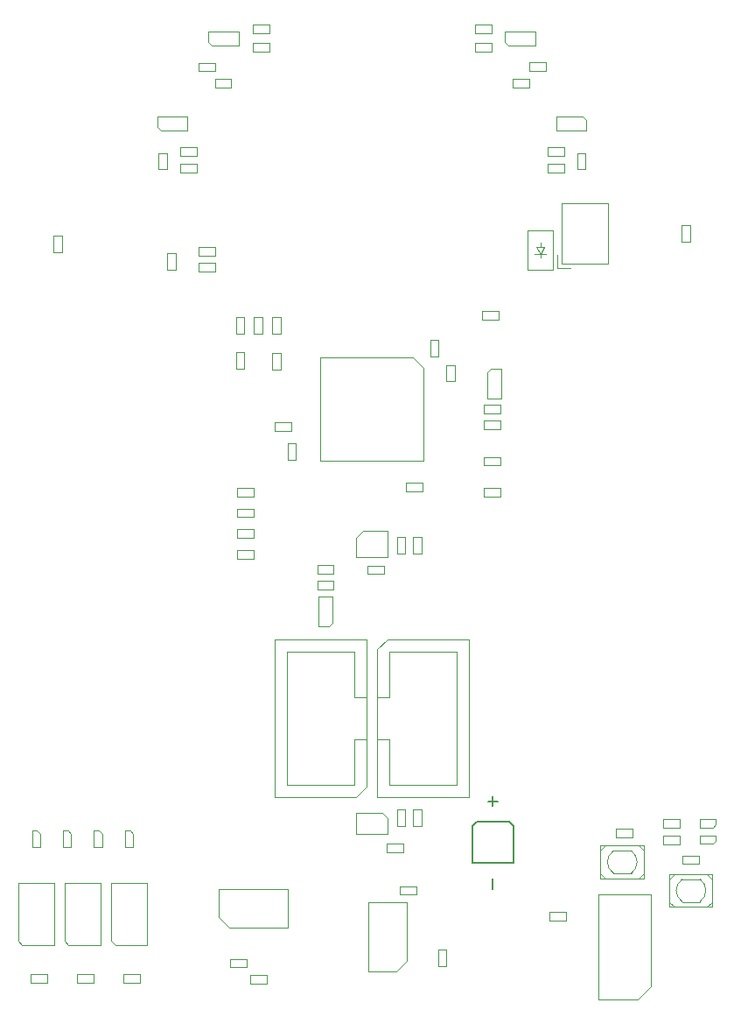
<source format=gbr>
G04 #@! TF.GenerationSoftware,KiCad,Pcbnew,7.0.9-7.0.9~ubuntu22.04.1*
G04 #@! TF.CreationDate,2023-12-15T18:46:41+09:00*
G04 #@! TF.ProjectId,fast_respect,66617374-5f72-4657-9370-6563742e6b69,rev?*
G04 #@! TF.SameCoordinates,Original*
G04 #@! TF.FileFunction,AssemblyDrawing,Top*
%FSLAX46Y46*%
G04 Gerber Fmt 4.6, Leading zero omitted, Abs format (unit mm)*
G04 Created by KiCad (PCBNEW 7.0.9-7.0.9~ubuntu22.04.1) date 2023-12-15 18:46:41*
%MOMM*%
%LPD*%
G01*
G04 APERTURE LIST*
%ADD10C,0.100000*%
%ADD11C,0.127000*%
G04 APERTURE END LIST*
D10*
X109187500Y-76800000D02*
X109187500Y-75200000D01*
X110012500Y-76800000D02*
X109187500Y-76800000D01*
X109187500Y-75200000D02*
X110012500Y-75200000D01*
X110012500Y-75200000D02*
X110012500Y-76800000D01*
X121010000Y-76877500D02*
X121010000Y-78477500D01*
X120210000Y-76877500D02*
X121010000Y-76877500D01*
X121010000Y-78477500D02*
X120210000Y-78477500D01*
X120210000Y-78477500D02*
X120210000Y-76877500D01*
X149950000Y-56587500D02*
X151550000Y-56587500D01*
X149950000Y-57412500D02*
X149950000Y-56587500D01*
X151550000Y-56587500D02*
X151550000Y-57412500D01*
X151550000Y-57412500D02*
X149950000Y-57412500D01*
X166300000Y-137350000D02*
X162100000Y-137350000D01*
X166300000Y-136850000D02*
X165800000Y-137350000D01*
X166300000Y-134650000D02*
X165800000Y-134150000D01*
X166300000Y-134150000D02*
X166300000Y-137350000D01*
X165100000Y-136850000D02*
X163400000Y-136850000D01*
X163400000Y-134650000D02*
X165100000Y-134650000D01*
X162600000Y-137350000D02*
X162100000Y-136850000D01*
X162600000Y-134150000D02*
X162100000Y-134650000D01*
X162100000Y-137350000D02*
X162100000Y-134150000D01*
X162100000Y-134150000D02*
X166300000Y-134150000D01*
X165100000Y-136849999D02*
G75*
G03*
X165100000Y-134650001I-799998J1099999D01*
G01*
X163400001Y-134650001D02*
G75*
G03*
X163400000Y-136849998I699999J-1099999D01*
G01*
X145650000Y-86900000D02*
X145650000Y-85300000D01*
X146450000Y-86900000D02*
X145650000Y-86900000D01*
X145650000Y-85300000D02*
X146450000Y-85300000D01*
X146450000Y-85300000D02*
X146450000Y-86900000D01*
X158577500Y-67512500D02*
X156977500Y-67512500D01*
X158577500Y-66687500D02*
X158577500Y-67512500D01*
X156977500Y-67512500D02*
X156977500Y-66687500D01*
X156977500Y-66687500D02*
X158577500Y-66687500D01*
X155050000Y-78500000D02*
X155050000Y-74700000D01*
X157550000Y-78500000D02*
X155050000Y-78500000D01*
X156300000Y-77350000D02*
X156300000Y-76950000D01*
X156300000Y-76950000D02*
X155750000Y-76950000D01*
X156300000Y-76950000D02*
X156850000Y-76950000D01*
X156300000Y-76950000D02*
X155900000Y-76350000D01*
X155900000Y-76350000D02*
X156700000Y-76350000D01*
X156300000Y-76350000D02*
X156300000Y-75850000D01*
X156700000Y-76350000D02*
X156300000Y-76950000D01*
X155050000Y-74700000D02*
X157550000Y-74700000D01*
X157550000Y-74700000D02*
X157550000Y-78500000D01*
X142450000Y-105912500D02*
X142450000Y-104312500D01*
X143250000Y-105912500D02*
X142450000Y-105912500D01*
X142450000Y-104312500D02*
X143250000Y-104312500D01*
X143250000Y-104312500D02*
X143250000Y-105912500D01*
X143000000Y-134800000D02*
X141400000Y-134800000D01*
X143000000Y-134000000D02*
X143000000Y-134800000D01*
X141400000Y-134800000D02*
X141400000Y-134000000D01*
X141400000Y-134000000D02*
X143000000Y-134000000D01*
X143250000Y-130700000D02*
X143250000Y-132300000D01*
X142450000Y-130700000D02*
X143250000Y-130700000D01*
X143250000Y-132300000D02*
X142450000Y-132300000D01*
X142450000Y-132300000D02*
X142450000Y-130700000D01*
X173300000Y-133700000D02*
X173300000Y-133200000D01*
X173300000Y-133200000D02*
X171700000Y-133200000D01*
X173000000Y-134000000D02*
X173300000Y-133700000D01*
X171700000Y-134000000D02*
X173000000Y-134000000D01*
X171700000Y-133200000D02*
X171700000Y-134000000D01*
X173300000Y-132100000D02*
X173300000Y-131600000D01*
X173300000Y-131600000D02*
X171700000Y-131600000D01*
X173000000Y-132400000D02*
X173300000Y-132100000D01*
X171700000Y-132400000D02*
X173000000Y-132400000D01*
X171700000Y-131600000D02*
X171700000Y-132400000D01*
X157200000Y-140587500D02*
X158800000Y-140587500D01*
X157200000Y-141412500D02*
X157200000Y-140587500D01*
X158800000Y-140587500D02*
X158800000Y-141412500D01*
X158800000Y-141412500D02*
X157200000Y-141412500D01*
X127662500Y-86450000D02*
X127662500Y-88050000D01*
X126837500Y-86450000D02*
X127662500Y-86450000D01*
X127662500Y-88050000D02*
X126837500Y-88050000D01*
X126837500Y-88050000D02*
X126837500Y-86450000D01*
X149950000Y-54837500D02*
X151550000Y-54837500D01*
X149950000Y-55662500D02*
X149950000Y-54837500D01*
X151550000Y-54837500D02*
X151550000Y-55662500D01*
X151550000Y-55662500D02*
X149950000Y-55662500D01*
X151200000Y-88375000D02*
X151525000Y-88050000D01*
X151200000Y-90950000D02*
X151200000Y-88375000D01*
X151525000Y-88050000D02*
X152500000Y-88050000D01*
X152500000Y-88050000D02*
X152500000Y-90950000D01*
X152500000Y-90950000D02*
X151200000Y-90950000D01*
X170082500Y-135120000D02*
X171682500Y-135120000D01*
X170082500Y-135920000D02*
X170082500Y-135120000D01*
X171682500Y-135120000D02*
X171682500Y-135920000D01*
X171682500Y-135920000D02*
X170082500Y-135920000D01*
X150800000Y-91587500D02*
X152400000Y-91587500D01*
X150800000Y-92412500D02*
X150800000Y-91587500D01*
X152400000Y-91587500D02*
X152400000Y-92412500D01*
X152400000Y-92412500D02*
X150800000Y-92412500D01*
X166970000Y-147730000D02*
X165700000Y-149000000D01*
X166970000Y-138840000D02*
X166970000Y-147730000D01*
X165700000Y-149000000D02*
X161890000Y-149000000D01*
X161890000Y-149000000D02*
X161890000Y-138840000D01*
X161890000Y-138840000D02*
X166970000Y-138840000D01*
X144300000Y-138900000D02*
X142700000Y-138900000D01*
X144300000Y-138100000D02*
X144300000Y-138900000D01*
X142700000Y-138900000D02*
X142700000Y-138100000D01*
X142700000Y-138100000D02*
X144300000Y-138100000D01*
X157970000Y-78360000D02*
X159220000Y-78360000D01*
X158380000Y-77950000D02*
X162880000Y-77950000D01*
X162880000Y-77950000D02*
X162880000Y-72050000D01*
X157970000Y-77110000D02*
X157970000Y-78360000D01*
X158380000Y-72050000D02*
X158380000Y-77950000D01*
X162880000Y-72050000D02*
X158380000Y-72050000D01*
X144000000Y-87000000D02*
X145000000Y-88000000D01*
X135000000Y-87000000D02*
X144000000Y-87000000D01*
X145000000Y-88000000D02*
X145000000Y-97000000D01*
X145000000Y-97000000D02*
X135000000Y-97000000D01*
X135000000Y-97000000D02*
X135000000Y-87000000D01*
X131150000Y-86562500D02*
X131150000Y-88162500D01*
X130350000Y-86562500D02*
X131150000Y-86562500D01*
X131150000Y-88162500D02*
X130350000Y-88162500D01*
X130350000Y-88162500D02*
X130350000Y-86562500D01*
X123022500Y-69112500D02*
X121422500Y-69112500D01*
X123022500Y-68287500D02*
X123022500Y-69112500D01*
X121422500Y-69112500D02*
X121422500Y-68287500D01*
X121422500Y-68287500D02*
X123022500Y-68287500D01*
X128550000Y-106412500D02*
X126950000Y-106412500D01*
X128550000Y-105587500D02*
X128550000Y-106412500D01*
X126950000Y-106412500D02*
X126950000Y-105587500D01*
X126950000Y-105587500D02*
X128550000Y-105587500D01*
X150672500Y-82500000D02*
X152272500Y-82500000D01*
X150672500Y-83300000D02*
X150672500Y-82500000D01*
X152272500Y-82500000D02*
X152272500Y-83300000D01*
X152272500Y-83300000D02*
X150672500Y-83300000D01*
X159857500Y-68812500D02*
X159857500Y-67212500D01*
X160682500Y-68812500D02*
X159857500Y-68812500D01*
X159857500Y-67212500D02*
X160682500Y-67212500D01*
X160682500Y-67212500D02*
X160682500Y-68812500D01*
X128550000Y-102412500D02*
X126950000Y-102412500D01*
X128550000Y-101587500D02*
X128550000Y-102412500D01*
X126950000Y-102412500D02*
X126950000Y-101587500D01*
X126950000Y-101587500D02*
X128550000Y-101587500D01*
X108550000Y-147412500D02*
X106950000Y-147412500D01*
X108550000Y-146587500D02*
X108550000Y-147412500D01*
X106950000Y-147412500D02*
X106950000Y-146587500D01*
X106950000Y-146587500D02*
X108550000Y-146587500D01*
X107600000Y-132700000D02*
X107100000Y-132700000D01*
X107100000Y-132700000D02*
X107100000Y-134300000D01*
X107900000Y-133000000D02*
X107600000Y-132700000D01*
X107900000Y-134300000D02*
X107900000Y-133000000D01*
X107100000Y-134300000D02*
X107900000Y-134300000D01*
X139500000Y-128480000D02*
X138500000Y-129480000D01*
X139500000Y-123890000D02*
X138300000Y-123890000D01*
X139500000Y-114200000D02*
X139500000Y-128480000D01*
X138500000Y-129480000D02*
X130600000Y-129480000D01*
X138300000Y-128290000D02*
X131800000Y-128290000D01*
X138300000Y-123890000D02*
X138300000Y-128290000D01*
X138300000Y-119790000D02*
X139500000Y-119790000D01*
X138300000Y-119790000D02*
X138300000Y-119790000D01*
X138300000Y-115390000D02*
X138300000Y-119790000D01*
X131800000Y-128290000D02*
X131800000Y-115390000D01*
X131800000Y-115390000D02*
X138300000Y-115390000D01*
X130600000Y-129480000D02*
X130600000Y-114200000D01*
X130600000Y-114200000D02*
X139500000Y-114200000D01*
X168200000Y-131587500D02*
X169800000Y-131587500D01*
X168200000Y-132412500D02*
X168200000Y-131587500D01*
X169800000Y-131587500D02*
X169800000Y-132412500D01*
X169800000Y-132412500D02*
X168200000Y-132412500D01*
X130050000Y-57412500D02*
X128450000Y-57412500D01*
X130050000Y-56587500D02*
X130050000Y-57412500D01*
X128450000Y-57412500D02*
X128450000Y-56587500D01*
X128450000Y-56587500D02*
X130050000Y-56587500D01*
X128550000Y-100412500D02*
X126950000Y-100412500D01*
X128550000Y-99587500D02*
X128550000Y-100412500D01*
X126950000Y-100412500D02*
X126950000Y-99587500D01*
X126950000Y-99587500D02*
X128550000Y-99587500D01*
X160425000Y-63710000D02*
X160750000Y-64035000D01*
X157850000Y-63710000D02*
X160425000Y-63710000D01*
X160750000Y-64035000D02*
X160750000Y-65010000D01*
X160750000Y-65010000D02*
X157850000Y-65010000D01*
X157850000Y-65010000D02*
X157850000Y-63710000D01*
X169987500Y-75800000D02*
X169987500Y-74200000D01*
X170812500Y-75800000D02*
X169987500Y-75800000D01*
X169987500Y-74200000D02*
X170812500Y-74200000D01*
X170812500Y-74200000D02*
X170812500Y-75800000D01*
X147200000Y-144200000D02*
X147200000Y-145800000D01*
X146400000Y-144200000D02*
X147200000Y-144200000D01*
X147200000Y-145800000D02*
X146400000Y-145800000D01*
X146400000Y-145800000D02*
X146400000Y-144200000D01*
X109250000Y-143750000D02*
X106150000Y-143750000D01*
X105750000Y-143350000D02*
X106150000Y-143750000D01*
X105750000Y-143350000D02*
X105750000Y-137750000D01*
X105750000Y-137750000D02*
X109250000Y-137750000D01*
X109250000Y-137750000D02*
X109250000Y-143750000D01*
X124525000Y-56800000D02*
X124200000Y-56475000D01*
X127100000Y-56800000D02*
X124525000Y-56800000D01*
X124200000Y-56475000D02*
X124200000Y-55500000D01*
X124200000Y-55500000D02*
X127100000Y-55500000D01*
X127100000Y-55500000D02*
X127100000Y-56800000D01*
X136150000Y-112625000D02*
X135825000Y-112950000D01*
X136150000Y-110050000D02*
X136150000Y-112625000D01*
X135825000Y-112950000D02*
X134850000Y-112950000D01*
X134850000Y-112950000D02*
X134850000Y-110050000D01*
X134850000Y-110050000D02*
X136150000Y-110050000D01*
X132650000Y-95312500D02*
X132650000Y-96912500D01*
X131850000Y-95312500D02*
X132650000Y-95312500D01*
X132650000Y-96912500D02*
X131850000Y-96912500D01*
X131850000Y-96912500D02*
X131850000Y-95312500D01*
X143312500Y-99100000D02*
X144912500Y-99100000D01*
X143312500Y-99900000D02*
X143312500Y-99100000D01*
X144912500Y-99100000D02*
X144912500Y-99900000D01*
X144912500Y-99900000D02*
X143312500Y-99900000D01*
X124800000Y-78650000D02*
X123200000Y-78650000D01*
X124800000Y-77850000D02*
X124800000Y-78650000D01*
X123200000Y-78650000D02*
X123200000Y-77850000D01*
X123200000Y-77850000D02*
X124800000Y-77850000D01*
X141000000Y-131000000D02*
X141500000Y-131500000D01*
X138500000Y-131000000D02*
X141000000Y-131000000D01*
X141500000Y-131500000D02*
X141500000Y-133000000D01*
X141500000Y-133000000D02*
X138500000Y-133000000D01*
X138500000Y-133000000D02*
X138500000Y-131000000D01*
X165200000Y-133362500D02*
X163600000Y-133362500D01*
X165200000Y-132537500D02*
X165200000Y-133362500D01*
X163600000Y-133362500D02*
X163600000Y-132537500D01*
X163600000Y-132537500D02*
X165200000Y-132537500D01*
X144000000Y-132300000D02*
X144000000Y-130700000D01*
X144800000Y-132300000D02*
X144000000Y-132300000D01*
X144000000Y-130700000D02*
X144800000Y-130700000D01*
X144800000Y-130700000D02*
X144800000Y-132300000D01*
X113750000Y-143750000D02*
X110650000Y-143750000D01*
X110250000Y-143350000D02*
X110650000Y-143750000D01*
X110250000Y-143350000D02*
X110250000Y-137750000D01*
X110250000Y-137750000D02*
X113750000Y-137750000D01*
X113750000Y-137750000D02*
X113750000Y-143750000D01*
X150800000Y-96587500D02*
X152400000Y-96587500D01*
X150800000Y-97412500D02*
X150800000Y-96587500D01*
X152400000Y-96587500D02*
X152400000Y-97412500D01*
X152400000Y-97412500D02*
X150800000Y-97412500D01*
X127862500Y-145900000D02*
X126262500Y-145900000D01*
X127862500Y-145100000D02*
X127862500Y-145900000D01*
X126262500Y-145900000D02*
X126262500Y-145100000D01*
X126262500Y-145100000D02*
X127862500Y-145100000D01*
X138500000Y-104375000D02*
X139125000Y-103750000D01*
X138500000Y-106250000D02*
X138500000Y-104375000D01*
X139125000Y-103750000D02*
X141500000Y-103750000D01*
X141500000Y-103750000D02*
X141500000Y-106250000D01*
X141500000Y-106250000D02*
X138500000Y-106250000D01*
X150800000Y-93087500D02*
X152400000Y-93087500D01*
X150800000Y-93912500D02*
X150800000Y-93087500D01*
X152400000Y-93087500D02*
X152400000Y-93912500D01*
X152400000Y-93912500D02*
X150800000Y-93912500D01*
X119317500Y-68812500D02*
X119317500Y-67212500D01*
X120142500Y-68812500D02*
X119317500Y-68812500D01*
X119317500Y-67212500D02*
X120142500Y-67212500D01*
X120142500Y-67212500D02*
X120142500Y-68812500D01*
X131150000Y-83062500D02*
X131150000Y-84662500D01*
X130350000Y-83062500D02*
X131150000Y-83062500D01*
X131150000Y-84662500D02*
X130350000Y-84662500D01*
X130350000Y-84662500D02*
X130350000Y-83062500D01*
X147200000Y-89300000D02*
X147200000Y-87700000D01*
X148000000Y-89300000D02*
X147200000Y-89300000D01*
X147200000Y-87700000D02*
X148000000Y-87700000D01*
X148000000Y-87700000D02*
X148000000Y-89300000D01*
X121422500Y-66687500D02*
X123022500Y-66687500D01*
X121422500Y-67512500D02*
X121422500Y-66687500D01*
X123022500Y-66687500D02*
X123022500Y-67512500D01*
X123022500Y-67512500D02*
X121422500Y-67512500D01*
X123200000Y-76297500D02*
X124800000Y-76297500D01*
X123200000Y-77122500D02*
X123200000Y-76297500D01*
X124800000Y-76297500D02*
X124800000Y-77122500D01*
X124800000Y-77122500D02*
X123200000Y-77122500D01*
X113600000Y-132700000D02*
X113100000Y-132700000D01*
X113100000Y-132700000D02*
X113100000Y-134300000D01*
X113900000Y-133000000D02*
X113600000Y-132700000D01*
X113900000Y-134300000D02*
X113900000Y-133000000D01*
X113100000Y-134300000D02*
X113900000Y-134300000D01*
X156977500Y-68287500D02*
X158577500Y-68287500D01*
X156977500Y-69112500D02*
X156977500Y-68287500D01*
X158577500Y-68287500D02*
X158577500Y-69112500D01*
X158577500Y-69112500D02*
X156977500Y-69112500D01*
X139562500Y-107100000D02*
X141162500Y-107100000D01*
X139562500Y-107900000D02*
X139562500Y-107100000D01*
X141162500Y-107100000D02*
X141162500Y-107900000D01*
X141162500Y-107900000D02*
X139562500Y-107900000D01*
D11*
X151710000Y-138365000D02*
X151710000Y-137365000D01*
X149710000Y-135865000D02*
X149710000Y-132265000D01*
X153710000Y-135865000D02*
X149710000Y-135865000D01*
X153710000Y-135865000D02*
X153710000Y-132265000D01*
X149710000Y-132265000D02*
X150110000Y-131865000D01*
X153710000Y-132265000D02*
X153310000Y-131865000D01*
X150110000Y-131865000D02*
X153310000Y-131865000D01*
X151710000Y-130365000D02*
X151710000Y-129365000D01*
X151210000Y-129865000D02*
X152210000Y-129865000D01*
D10*
X129400000Y-83062500D02*
X129400000Y-84662500D01*
X128600000Y-83062500D02*
X129400000Y-83062500D01*
X129400000Y-84662500D02*
X128600000Y-84662500D01*
X128600000Y-84662500D02*
X128600000Y-83062500D01*
X144000000Y-105912500D02*
X144000000Y-104312500D01*
X144800000Y-105912500D02*
X144000000Y-105912500D01*
X144000000Y-104312500D02*
X144800000Y-104312500D01*
X144800000Y-104312500D02*
X144800000Y-105912500D01*
X126400000Y-60862500D02*
X124800000Y-60862500D01*
X126400000Y-60037500D02*
X126400000Y-60862500D01*
X124800000Y-60862500D02*
X124800000Y-60037500D01*
X124800000Y-60037500D02*
X126400000Y-60037500D01*
X124800000Y-59312500D02*
X123200000Y-59312500D01*
X124800000Y-58487500D02*
X124800000Y-59312500D01*
X123200000Y-59312500D02*
X123200000Y-58487500D01*
X123200000Y-58487500D02*
X124800000Y-58487500D01*
X140500000Y-115200000D02*
X141500000Y-114200000D01*
X140500000Y-119790000D02*
X141700000Y-119790000D01*
X140500000Y-129480000D02*
X140500000Y-115200000D01*
X141500000Y-114200000D02*
X149400000Y-114200000D01*
X141700000Y-115390000D02*
X148200000Y-115390000D01*
X141700000Y-119790000D02*
X141700000Y-115390000D01*
X141700000Y-123890000D02*
X140500000Y-123890000D01*
X141700000Y-123890000D02*
X141700000Y-123890000D01*
X141700000Y-128290000D02*
X141700000Y-123890000D01*
X148200000Y-115390000D02*
X148200000Y-128290000D01*
X148200000Y-128290000D02*
X141700000Y-128290000D01*
X149400000Y-114200000D02*
X149400000Y-129480000D01*
X149400000Y-129480000D02*
X140500000Y-129480000D01*
X113050000Y-147412500D02*
X111450000Y-147412500D01*
X113050000Y-146587500D02*
X113050000Y-147412500D01*
X111450000Y-147412500D02*
X111450000Y-146587500D01*
X111450000Y-146587500D02*
X113050000Y-146587500D01*
X132162500Y-94050000D02*
X130562500Y-94050000D01*
X132162500Y-93250000D02*
X132162500Y-94050000D01*
X130562500Y-94050000D02*
X130562500Y-93250000D01*
X130562500Y-93250000D02*
X132162500Y-93250000D01*
X153600000Y-60037500D02*
X155200000Y-60037500D01*
X153600000Y-60862500D02*
X153600000Y-60037500D01*
X155200000Y-60037500D02*
X155200000Y-60862500D01*
X155200000Y-60862500D02*
X153600000Y-60862500D01*
X119575000Y-65010000D02*
X119250000Y-64685000D01*
X122150000Y-65010000D02*
X119575000Y-65010000D01*
X119250000Y-64685000D02*
X119250000Y-63710000D01*
X119250000Y-63710000D02*
X122150000Y-63710000D01*
X122150000Y-63710000D02*
X122150000Y-65010000D01*
X143350000Y-145350000D02*
X143350000Y-139650000D01*
X143350000Y-145350000D02*
X142350000Y-146350000D01*
X143350000Y-139650000D02*
X139650000Y-139650000D01*
X142350000Y-146350000D02*
X139650000Y-146350000D01*
X139650000Y-146350000D02*
X139650000Y-139650000D01*
X155200000Y-58427500D02*
X156800000Y-58427500D01*
X155200000Y-59252500D02*
X155200000Y-58427500D01*
X156800000Y-58427500D02*
X156800000Y-59252500D01*
X156800000Y-59252500D02*
X155200000Y-59252500D01*
X136300000Y-109412500D02*
X134700000Y-109412500D01*
X136300000Y-108587500D02*
X136300000Y-109412500D01*
X134700000Y-109412500D02*
X134700000Y-108587500D01*
X134700000Y-108587500D02*
X136300000Y-108587500D01*
X126150000Y-142100000D02*
X131850000Y-142100000D01*
X126150000Y-142100000D02*
X125150000Y-141100000D01*
X131850000Y-142100000D02*
X131850000Y-138400000D01*
X125150000Y-141100000D02*
X125150000Y-138400000D01*
X125150000Y-138400000D02*
X131850000Y-138400000D01*
X129800000Y-147500000D02*
X128200000Y-147500000D01*
X129800000Y-146700000D02*
X129800000Y-147500000D01*
X128200000Y-147500000D02*
X128200000Y-146700000D01*
X128200000Y-146700000D02*
X129800000Y-146700000D01*
X172950000Y-140100000D02*
X168750000Y-140100000D01*
X172950000Y-139600000D02*
X172450000Y-140100000D01*
X172950000Y-137400000D02*
X172450000Y-136900000D01*
X172950000Y-136900000D02*
X172950000Y-140100000D01*
X171750000Y-139600000D02*
X170050000Y-139600000D01*
X170050000Y-137400000D02*
X171750000Y-137400000D01*
X169250000Y-140100000D02*
X168750000Y-139600000D01*
X169250000Y-136900000D02*
X168750000Y-137400000D01*
X168750000Y-140100000D02*
X168750000Y-136900000D01*
X168750000Y-136900000D02*
X172950000Y-136900000D01*
X171750000Y-139599999D02*
G75*
G03*
X171750000Y-137400001I-799998J1099999D01*
G01*
X170050001Y-137400001D02*
G75*
G03*
X170050000Y-139599998I699999J-1099999D01*
G01*
X134700000Y-107037500D02*
X136300000Y-107037500D01*
X134700000Y-107862500D02*
X134700000Y-107037500D01*
X136300000Y-107037500D02*
X136300000Y-107862500D01*
X136300000Y-107862500D02*
X134700000Y-107862500D01*
X168200000Y-133187500D02*
X169800000Y-133187500D01*
X168200000Y-134012500D02*
X168200000Y-133187500D01*
X169800000Y-133187500D02*
X169800000Y-134012500D01*
X169800000Y-134012500D02*
X168200000Y-134012500D01*
X118250000Y-143750000D02*
X115150000Y-143750000D01*
X114750000Y-143350000D02*
X115150000Y-143750000D01*
X114750000Y-143350000D02*
X114750000Y-137750000D01*
X114750000Y-137750000D02*
X118250000Y-137750000D01*
X118250000Y-137750000D02*
X118250000Y-143750000D01*
X130050000Y-55662500D02*
X128450000Y-55662500D01*
X130050000Y-54837500D02*
X130050000Y-55662500D01*
X128450000Y-55662500D02*
X128450000Y-54837500D01*
X128450000Y-54837500D02*
X130050000Y-54837500D01*
X128550000Y-104412500D02*
X126950000Y-104412500D01*
X128550000Y-103587500D02*
X128550000Y-104412500D01*
X126950000Y-104412500D02*
X126950000Y-103587500D01*
X126950000Y-103587500D02*
X128550000Y-103587500D01*
X110600000Y-132700000D02*
X110100000Y-132700000D01*
X110100000Y-132700000D02*
X110100000Y-134300000D01*
X110900000Y-133000000D02*
X110600000Y-132700000D01*
X110900000Y-134300000D02*
X110900000Y-133000000D01*
X110100000Y-134300000D02*
X110900000Y-134300000D01*
X127650000Y-83062500D02*
X127650000Y-84662500D01*
X126850000Y-83062500D02*
X127650000Y-83062500D01*
X127650000Y-84662500D02*
X126850000Y-84662500D01*
X126850000Y-84662500D02*
X126850000Y-83062500D01*
X117550000Y-147412500D02*
X115950000Y-147412500D01*
X117550000Y-146587500D02*
X117550000Y-147412500D01*
X115950000Y-147412500D02*
X115950000Y-146587500D01*
X115950000Y-146587500D02*
X117550000Y-146587500D01*
X116600000Y-132700000D02*
X116100000Y-132700000D01*
X116100000Y-132700000D02*
X116100000Y-134300000D01*
X116900000Y-133000000D02*
X116600000Y-132700000D01*
X116900000Y-134300000D02*
X116900000Y-133000000D01*
X116100000Y-134300000D02*
X116900000Y-134300000D01*
X153225000Y-56800000D02*
X152900000Y-56475000D01*
X155800000Y-56800000D02*
X153225000Y-56800000D01*
X152900000Y-56475000D02*
X152900000Y-55500000D01*
X152900000Y-55500000D02*
X155800000Y-55500000D01*
X155800000Y-55500000D02*
X155800000Y-56800000D01*
X152400000Y-100412500D02*
X150800000Y-100412500D01*
X152400000Y-99587500D02*
X152400000Y-100412500D01*
X150800000Y-100412500D02*
X150800000Y-99587500D01*
X150800000Y-99587500D02*
X152400000Y-99587500D01*
M02*

</source>
